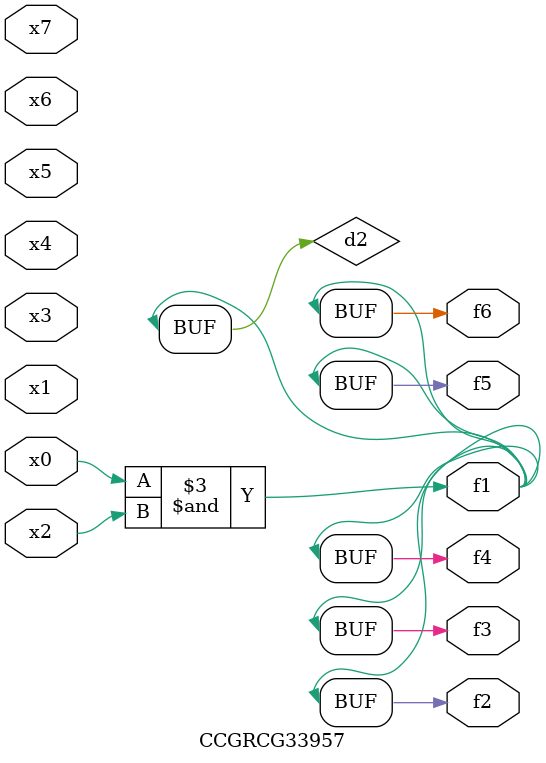
<source format=v>
module CCGRCG33957(
	input x0, x1, x2, x3, x4, x5, x6, x7,
	output f1, f2, f3, f4, f5, f6
);

	wire d1, d2;

	nor (d1, x3, x6);
	and (d2, x0, x2);
	assign f1 = d2;
	assign f2 = d2;
	assign f3 = d2;
	assign f4 = d2;
	assign f5 = d2;
	assign f6 = d2;
endmodule

</source>
